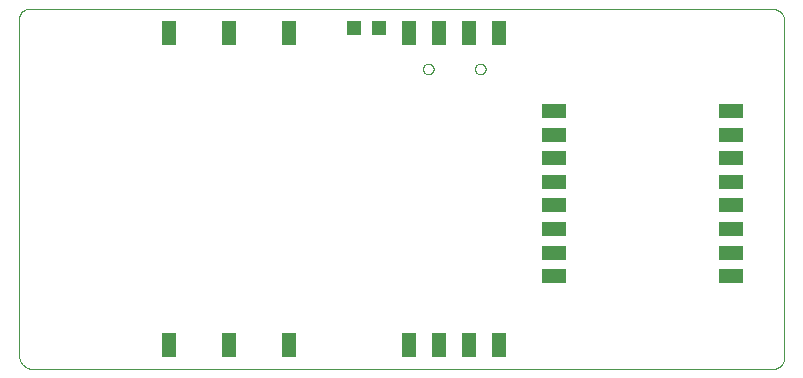
<source format=gtp>
G75*
%MOIN*%
%OFA0B0*%
%FSLAX25Y25*%
%IPPOS*%
%LPD*%
%AMOC8*
5,1,8,0,0,1.08239X$1,22.5*
%
%ADD10C,0.00000*%
%ADD11R,0.04724X0.07992*%
%ADD12R,0.07874X0.04724*%
%ADD13R,0.04724X0.04724*%
D10*
X0017787Y0009867D02*
X0264913Y0009867D01*
X0265037Y0009869D01*
X0265160Y0009875D01*
X0265284Y0009884D01*
X0265406Y0009898D01*
X0265529Y0009915D01*
X0265651Y0009937D01*
X0265772Y0009962D01*
X0265892Y0009991D01*
X0266011Y0010023D01*
X0266130Y0010060D01*
X0266247Y0010100D01*
X0266362Y0010143D01*
X0266477Y0010191D01*
X0266589Y0010242D01*
X0266700Y0010296D01*
X0266810Y0010354D01*
X0266917Y0010415D01*
X0267023Y0010480D01*
X0267126Y0010548D01*
X0267227Y0010619D01*
X0267326Y0010693D01*
X0267423Y0010770D01*
X0267517Y0010851D01*
X0267608Y0010934D01*
X0267697Y0011020D01*
X0267783Y0011109D01*
X0267866Y0011200D01*
X0267947Y0011294D01*
X0268024Y0011391D01*
X0268098Y0011490D01*
X0268169Y0011591D01*
X0268237Y0011694D01*
X0268302Y0011800D01*
X0268363Y0011907D01*
X0268421Y0012017D01*
X0268475Y0012128D01*
X0268526Y0012240D01*
X0268574Y0012355D01*
X0268617Y0012470D01*
X0268657Y0012587D01*
X0268694Y0012706D01*
X0268726Y0012825D01*
X0268755Y0012945D01*
X0268780Y0013066D01*
X0268802Y0013188D01*
X0268819Y0013311D01*
X0268833Y0013433D01*
X0268842Y0013557D01*
X0268848Y0013680D01*
X0268850Y0013804D01*
X0268850Y0125930D01*
X0268848Y0126054D01*
X0268842Y0126177D01*
X0268833Y0126301D01*
X0268819Y0126423D01*
X0268802Y0126546D01*
X0268780Y0126668D01*
X0268755Y0126789D01*
X0268726Y0126909D01*
X0268694Y0127028D01*
X0268657Y0127147D01*
X0268617Y0127264D01*
X0268574Y0127379D01*
X0268526Y0127494D01*
X0268475Y0127606D01*
X0268421Y0127717D01*
X0268363Y0127827D01*
X0268302Y0127934D01*
X0268237Y0128040D01*
X0268169Y0128143D01*
X0268098Y0128244D01*
X0268024Y0128343D01*
X0267947Y0128440D01*
X0267866Y0128534D01*
X0267783Y0128625D01*
X0267697Y0128714D01*
X0267608Y0128800D01*
X0267517Y0128883D01*
X0267423Y0128964D01*
X0267326Y0129041D01*
X0267227Y0129115D01*
X0267126Y0129186D01*
X0267023Y0129254D01*
X0266917Y0129319D01*
X0266810Y0129380D01*
X0266700Y0129438D01*
X0266589Y0129492D01*
X0266477Y0129543D01*
X0266362Y0129591D01*
X0266247Y0129634D01*
X0266130Y0129674D01*
X0266011Y0129711D01*
X0265892Y0129743D01*
X0265772Y0129772D01*
X0265651Y0129797D01*
X0265529Y0129819D01*
X0265406Y0129836D01*
X0265284Y0129850D01*
X0265160Y0129859D01*
X0265037Y0129865D01*
X0264913Y0129867D01*
X0017787Y0129867D01*
X0013850Y0127180D02*
X0013850Y0015054D01*
X0013833Y0014921D01*
X0013821Y0014788D01*
X0013813Y0014654D01*
X0013808Y0014520D01*
X0013807Y0014386D01*
X0013810Y0014252D01*
X0013817Y0014119D01*
X0013828Y0013985D01*
X0013843Y0013852D01*
X0013862Y0013719D01*
X0013885Y0013587D01*
X0013911Y0013456D01*
X0013941Y0013325D01*
X0013975Y0013196D01*
X0014013Y0013067D01*
X0014054Y0012940D01*
X0014100Y0012814D01*
X0014148Y0012689D01*
X0014201Y0012566D01*
X0014257Y0012444D01*
X0014316Y0012324D01*
X0014379Y0012206D01*
X0014446Y0012090D01*
X0014515Y0011975D01*
X0014588Y0011863D01*
X0014665Y0011753D01*
X0014744Y0011645D01*
X0014826Y0011539D01*
X0014912Y0011436D01*
X0015001Y0011336D01*
X0015092Y0011238D01*
X0015186Y0011143D01*
X0015283Y0011050D01*
X0015383Y0010961D01*
X0015485Y0010874D01*
X0015589Y0010790D01*
X0015697Y0010710D01*
X0015806Y0010632D01*
X0015917Y0010558D01*
X0016031Y0010487D01*
X0016147Y0010420D01*
X0016264Y0010356D01*
X0016384Y0010295D01*
X0016505Y0010238D01*
X0016627Y0010184D01*
X0016752Y0010134D01*
X0016877Y0010087D01*
X0017004Y0010044D01*
X0017132Y0010005D01*
X0017262Y0009970D01*
X0017392Y0009938D01*
X0017523Y0009911D01*
X0017655Y0009887D01*
X0017787Y0009867D01*
X0148417Y0109867D02*
X0148419Y0109951D01*
X0148425Y0110034D01*
X0148435Y0110117D01*
X0148449Y0110200D01*
X0148466Y0110282D01*
X0148488Y0110363D01*
X0148513Y0110442D01*
X0148542Y0110521D01*
X0148575Y0110598D01*
X0148611Y0110673D01*
X0148651Y0110747D01*
X0148694Y0110819D01*
X0148741Y0110888D01*
X0148791Y0110955D01*
X0148844Y0111020D01*
X0148900Y0111082D01*
X0148958Y0111142D01*
X0149020Y0111199D01*
X0149084Y0111252D01*
X0149151Y0111303D01*
X0149220Y0111350D01*
X0149291Y0111395D01*
X0149364Y0111435D01*
X0149439Y0111472D01*
X0149516Y0111506D01*
X0149594Y0111536D01*
X0149673Y0111562D01*
X0149754Y0111585D01*
X0149836Y0111603D01*
X0149918Y0111618D01*
X0150001Y0111629D01*
X0150084Y0111636D01*
X0150168Y0111639D01*
X0150252Y0111638D01*
X0150335Y0111633D01*
X0150419Y0111624D01*
X0150501Y0111611D01*
X0150583Y0111595D01*
X0150664Y0111574D01*
X0150745Y0111550D01*
X0150823Y0111522D01*
X0150901Y0111490D01*
X0150977Y0111454D01*
X0151051Y0111415D01*
X0151123Y0111373D01*
X0151193Y0111327D01*
X0151261Y0111278D01*
X0151326Y0111226D01*
X0151389Y0111171D01*
X0151449Y0111113D01*
X0151507Y0111052D01*
X0151561Y0110988D01*
X0151613Y0110922D01*
X0151661Y0110854D01*
X0151706Y0110783D01*
X0151747Y0110710D01*
X0151786Y0110636D01*
X0151820Y0110560D01*
X0151851Y0110482D01*
X0151878Y0110403D01*
X0151902Y0110322D01*
X0151921Y0110241D01*
X0151937Y0110159D01*
X0151949Y0110076D01*
X0151957Y0109992D01*
X0151961Y0109909D01*
X0151961Y0109825D01*
X0151957Y0109742D01*
X0151949Y0109658D01*
X0151937Y0109575D01*
X0151921Y0109493D01*
X0151902Y0109412D01*
X0151878Y0109331D01*
X0151851Y0109252D01*
X0151820Y0109174D01*
X0151786Y0109098D01*
X0151747Y0109024D01*
X0151706Y0108951D01*
X0151661Y0108880D01*
X0151613Y0108812D01*
X0151561Y0108746D01*
X0151507Y0108682D01*
X0151449Y0108621D01*
X0151389Y0108563D01*
X0151326Y0108508D01*
X0151261Y0108456D01*
X0151193Y0108407D01*
X0151123Y0108361D01*
X0151051Y0108319D01*
X0150977Y0108280D01*
X0150901Y0108244D01*
X0150823Y0108212D01*
X0150745Y0108184D01*
X0150664Y0108160D01*
X0150583Y0108139D01*
X0150501Y0108123D01*
X0150419Y0108110D01*
X0150335Y0108101D01*
X0150252Y0108096D01*
X0150168Y0108095D01*
X0150084Y0108098D01*
X0150001Y0108105D01*
X0149918Y0108116D01*
X0149836Y0108131D01*
X0149754Y0108149D01*
X0149673Y0108172D01*
X0149594Y0108198D01*
X0149516Y0108228D01*
X0149439Y0108262D01*
X0149364Y0108299D01*
X0149291Y0108339D01*
X0149220Y0108384D01*
X0149151Y0108431D01*
X0149084Y0108482D01*
X0149020Y0108535D01*
X0148958Y0108592D01*
X0148900Y0108652D01*
X0148844Y0108714D01*
X0148791Y0108779D01*
X0148741Y0108846D01*
X0148694Y0108915D01*
X0148651Y0108987D01*
X0148611Y0109061D01*
X0148575Y0109136D01*
X0148542Y0109213D01*
X0148513Y0109292D01*
X0148488Y0109371D01*
X0148466Y0109452D01*
X0148449Y0109534D01*
X0148435Y0109617D01*
X0148425Y0109700D01*
X0148419Y0109783D01*
X0148417Y0109867D01*
X0165739Y0109867D02*
X0165741Y0109951D01*
X0165747Y0110034D01*
X0165757Y0110117D01*
X0165771Y0110200D01*
X0165788Y0110282D01*
X0165810Y0110363D01*
X0165835Y0110442D01*
X0165864Y0110521D01*
X0165897Y0110598D01*
X0165933Y0110673D01*
X0165973Y0110747D01*
X0166016Y0110819D01*
X0166063Y0110888D01*
X0166113Y0110955D01*
X0166166Y0111020D01*
X0166222Y0111082D01*
X0166280Y0111142D01*
X0166342Y0111199D01*
X0166406Y0111252D01*
X0166473Y0111303D01*
X0166542Y0111350D01*
X0166613Y0111395D01*
X0166686Y0111435D01*
X0166761Y0111472D01*
X0166838Y0111506D01*
X0166916Y0111536D01*
X0166995Y0111562D01*
X0167076Y0111585D01*
X0167158Y0111603D01*
X0167240Y0111618D01*
X0167323Y0111629D01*
X0167406Y0111636D01*
X0167490Y0111639D01*
X0167574Y0111638D01*
X0167657Y0111633D01*
X0167741Y0111624D01*
X0167823Y0111611D01*
X0167905Y0111595D01*
X0167986Y0111574D01*
X0168067Y0111550D01*
X0168145Y0111522D01*
X0168223Y0111490D01*
X0168299Y0111454D01*
X0168373Y0111415D01*
X0168445Y0111373D01*
X0168515Y0111327D01*
X0168583Y0111278D01*
X0168648Y0111226D01*
X0168711Y0111171D01*
X0168771Y0111113D01*
X0168829Y0111052D01*
X0168883Y0110988D01*
X0168935Y0110922D01*
X0168983Y0110854D01*
X0169028Y0110783D01*
X0169069Y0110710D01*
X0169108Y0110636D01*
X0169142Y0110560D01*
X0169173Y0110482D01*
X0169200Y0110403D01*
X0169224Y0110322D01*
X0169243Y0110241D01*
X0169259Y0110159D01*
X0169271Y0110076D01*
X0169279Y0109992D01*
X0169283Y0109909D01*
X0169283Y0109825D01*
X0169279Y0109742D01*
X0169271Y0109658D01*
X0169259Y0109575D01*
X0169243Y0109493D01*
X0169224Y0109412D01*
X0169200Y0109331D01*
X0169173Y0109252D01*
X0169142Y0109174D01*
X0169108Y0109098D01*
X0169069Y0109024D01*
X0169028Y0108951D01*
X0168983Y0108880D01*
X0168935Y0108812D01*
X0168883Y0108746D01*
X0168829Y0108682D01*
X0168771Y0108621D01*
X0168711Y0108563D01*
X0168648Y0108508D01*
X0168583Y0108456D01*
X0168515Y0108407D01*
X0168445Y0108361D01*
X0168373Y0108319D01*
X0168299Y0108280D01*
X0168223Y0108244D01*
X0168145Y0108212D01*
X0168067Y0108184D01*
X0167986Y0108160D01*
X0167905Y0108139D01*
X0167823Y0108123D01*
X0167741Y0108110D01*
X0167657Y0108101D01*
X0167574Y0108096D01*
X0167490Y0108095D01*
X0167406Y0108098D01*
X0167323Y0108105D01*
X0167240Y0108116D01*
X0167158Y0108131D01*
X0167076Y0108149D01*
X0166995Y0108172D01*
X0166916Y0108198D01*
X0166838Y0108228D01*
X0166761Y0108262D01*
X0166686Y0108299D01*
X0166613Y0108339D01*
X0166542Y0108384D01*
X0166473Y0108431D01*
X0166406Y0108482D01*
X0166342Y0108535D01*
X0166280Y0108592D01*
X0166222Y0108652D01*
X0166166Y0108714D01*
X0166113Y0108779D01*
X0166063Y0108846D01*
X0166016Y0108915D01*
X0165973Y0108987D01*
X0165933Y0109061D01*
X0165897Y0109136D01*
X0165864Y0109213D01*
X0165835Y0109292D01*
X0165810Y0109371D01*
X0165788Y0109452D01*
X0165771Y0109534D01*
X0165757Y0109617D01*
X0165747Y0109700D01*
X0165741Y0109783D01*
X0165739Y0109867D01*
X0017787Y0129867D02*
X0017673Y0129886D01*
X0017559Y0129901D01*
X0017445Y0129913D01*
X0017330Y0129921D01*
X0017215Y0129925D01*
X0017100Y0129924D01*
X0016985Y0129920D01*
X0016870Y0129912D01*
X0016756Y0129900D01*
X0016642Y0129885D01*
X0016528Y0129865D01*
X0016416Y0129841D01*
X0016304Y0129814D01*
X0016193Y0129783D01*
X0016084Y0129748D01*
X0015975Y0129709D01*
X0015868Y0129667D01*
X0015763Y0129621D01*
X0015659Y0129571D01*
X0015557Y0129518D01*
X0015457Y0129462D01*
X0015358Y0129402D01*
X0015262Y0129339D01*
X0015168Y0129272D01*
X0015077Y0129202D01*
X0014988Y0129130D01*
X0014901Y0129054D01*
X0014817Y0128975D01*
X0014736Y0128894D01*
X0014657Y0128810D01*
X0014582Y0128723D01*
X0014509Y0128633D01*
X0014440Y0128542D01*
X0014374Y0128448D01*
X0014311Y0128351D01*
X0014251Y0128253D01*
X0014195Y0128152D01*
X0014142Y0128050D01*
X0014093Y0127946D01*
X0014047Y0127841D01*
X0014005Y0127733D01*
X0013966Y0127625D01*
X0013932Y0127515D01*
X0013901Y0127404D01*
X0013874Y0127293D01*
X0013850Y0127180D01*
D11*
X0063850Y0121973D03*
X0083850Y0121973D03*
X0103850Y0121973D03*
X0143850Y0121973D03*
X0153850Y0121973D03*
X0163850Y0121973D03*
X0173850Y0121973D03*
X0173850Y0017760D03*
X0163850Y0017760D03*
X0153850Y0017760D03*
X0143850Y0017760D03*
X0103850Y0017760D03*
X0083850Y0017760D03*
X0063850Y0017760D03*
D12*
X0192069Y0040772D03*
X0192069Y0048646D03*
X0192069Y0056520D03*
X0192069Y0064394D03*
X0192069Y0072268D03*
X0192069Y0080142D03*
X0192069Y0088016D03*
X0192069Y0095890D03*
X0251124Y0095890D03*
X0251124Y0088016D03*
X0251124Y0080142D03*
X0251124Y0072268D03*
X0251124Y0064394D03*
X0251124Y0056520D03*
X0251124Y0048646D03*
X0251124Y0040772D03*
D13*
X0133609Y0123617D03*
X0125341Y0123617D03*
M02*

</source>
